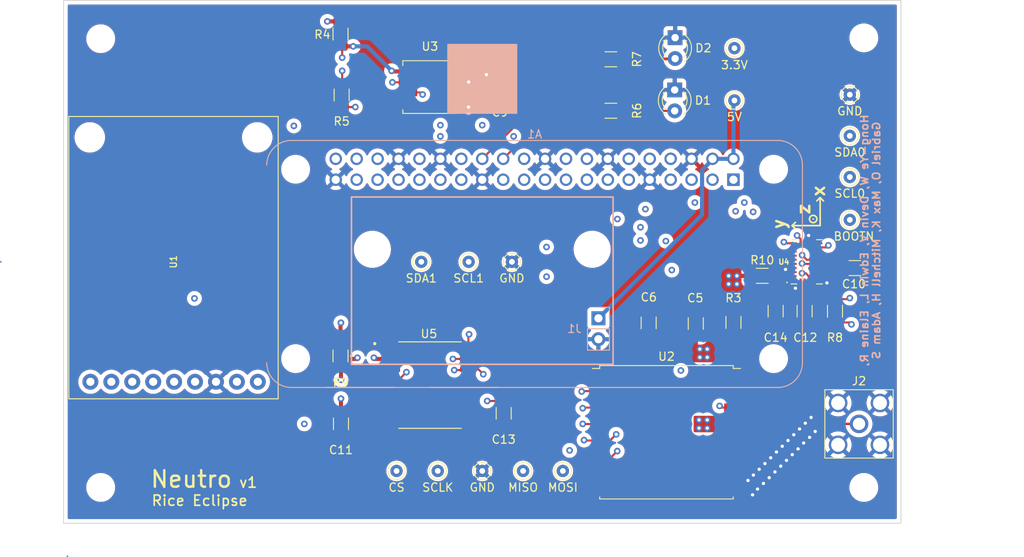
<source format=kicad_pcb>
(kicad_pcb (version 20211014) (generator pcbnew)
  (title_block (title "Neutro") (date "2023-01-05") (rev "v1") (company "Rice Eclipse"))
  (layers (0 "F.Cu" signal) (1 "In1.Cu" signal) (2 "In2.Cu" signal) (31 "B.Cu" signal) (34 "B.Paste" user) (35 "F.Paste" user) (36 "B.SilkS" user "B.Silkscreen") (37 "F.SilkS" user "F.Silkscreen") (38 "B.Mask" user) (39 "F.Mask" user) (44 "Edge.Cuts" user))
  (net 0 "")
  (net 1 "+3.3V")
  (net 2 "+5V")
  (net 3 "SDA1")
  (net 4 "GND")
  (net 5 "SCL1")
  (net 6 "RX")
  (net 7 "TX")
  (net 8 "RST-RTC")
  (net 10 "RST-TRX")
  (net 12 "MOSI0")
  (net 13 "MISO0")
  (net 14 "CLKSEL0")
  (net 15 "SCLK")
  (net 16 "CS")
  (net 17 "SDA0")
  (net 18 "SCL0")
  (net 19 "BOOTN")
  (net 20 "INTN")
  (net 21 "NRST")
  (net 22 "+BATT")
  (net 23 "Net-(C11-Pad2)")
  (net 24 "Net-(D1-Pad2)")
  (net 25 "Net-(C10-Pad2)")
  (net 27 "Net-(C12-Pad2)")
  (net 28 "Net-(J2-Pad1)")
  (net 42 "DIO0")
  (net 43 "Net-(C9-Pad2)")
  (net 53 "FIX")
  (net 57 "Net-(D2-Pad2)")
  (net 58 "Net-(R5-Pad2)")
  (net 59 "Net-(A1-Pad24)")
  (net 60 "Net-(A1-Pad26)")
  (net 63 "/t_pwr")
  (net 64 "PPS")
  (footprint "TestPoint:TestPoint_THTPad_D1.5mm_Drill0.7mm" (layer "F.Cu") (at 157.353 127 180)
    (fp_text reference "TP2")
    (fp_text value "MISO" (at 0 -2 180) (layer "F.SilkS"))
    (pad "1" thru_hole circle (at 0 0 180) (size 1.5 1.5) (drill 0.7) (layers *.Cu *.Mask) (net 13 "MISO0"))
  )
  (footprint "Resistor_SMD:R_1206_3216Metric" (layer "F.Cu") (at 135.2 113.029 -90)
    (fp_text reference "R9" (at 3.221 -0.05 -180) (layer "F.SilkS"))
    (fp_text value "0")
    (pad "1" smd roundrect (at -1.4625 0 270) (size 1.125 1.75) (layers "F.Cu" "F.Paste" "F.Mask") (roundrect_rratio 0.2222222222) (net 1 "+3.3V"))
    (pad "2" smd roundrect (at 1.4625 0 270) (size 1.125 1.75) (layers "F.Cu" "F.Paste" "F.Mask") (roundrect_rratio 0.2222222222) (net 23 "Net-(C11-Pad2)"))
  )
  (footprint "TestPoint:TestPoint_THTPad_D1.5mm_Drill0.7mm" (layer "F.Cu") (at 145 101.6)
    (fp_text reference "TP14")
    (fp_text value "SDA1" (at 0 2) (layer "F.SilkS"))
    (pad "1" thru_hole circle (at 0 0) (size 1.5 1.5) (drill 0.7) (layers *.Cu *.Mask) (net 3 "SDA1"))
  )
  (footprint "Capacitor_SMD:C_1206_3216Metric" (layer "F.Cu") (at 135.255 121.269 90)
    (fp_text reference "C11" (at -3.175 0 180) (layer "F.SilkS"))
    (fp_text value "0.47u")
    (pad "1" smd roundrect (at -1.475 0 90) (size 1.15 1.8) (layers "F.Cu" "F.Paste" "F.Mask") (roundrect_rratio 0.2173913043) (net 4 "GND"))
    (pad "2" smd roundrect (at 1.475 0 90) (size 1.15 1.8) (layers "F.Cu" "F.Paste" "F.Mask") (roundrect_rratio 0.2173913043) (net 23 "Net-(C11-Pad2)"))
  )
  (footprint "MountingHole:MountingHole_2.5mm" (layer "F.Cu") (at 198.7 74.4)
    (fp_text reference "H2")
    (fp_text value "MountingHole")
    (pad "" np_thru_hole circle (at 0 0) (size 2.5 2.5) (drill 2.5) (layers *.Cu *.Mask))
  )
  (footprint "TestPoint:TestPoint_THTPad_D1.5mm_Drill0.7mm" (layer "F.Cu") (at 183 82)
    (fp_text reference "TP15")
    (fp_text value "5V" (at 0 2) (layer "F.SilkS"))
    (pad "1" thru_hole circle (at 0 0) (size 1.5 1.5) (drill 0.7) (layers *.Cu *.Mask) (net 2 "+5V"))
  )
  (footprint "TestPoint:TestPoint_THTPad_D1.5mm_Drill0.7mm" (layer "F.Cu") (at 142 127 180)
    (fp_text reference "TP4")
    (fp_text value "CS" (at 0 -2 180) (layer "F.SilkS"))
    (pad "1" thru_hole circle (at 0 0 180) (size 1.5 1.5) (drill 0.7) (layers *.Cu *.Mask) (net 16 "CS"))
  )
  (footprint "Capacitor_SMD:C_1206_3216Metric" (layer "F.Cu") (at 188 107.6 90)
    (fp_text reference "C14" (at -3.2 0) (layer "F.SilkS"))
    (fp_text value "0.1u")
    (pad "1" smd roundrect (at -1.475 0 90) (size 1.15 1.8) (layers "F.Cu" "F.Paste" "F.Mask") (roundrect_rratio 0.2173913043) (net 4 "GND"))
    (pad "2" smd roundrect (at 1.475 0 90) (size 1.15 1.8) (layers "F.Cu" "F.Paste" "F.Mask") (roundrect_rratio 0.2173913043) (net 27 "Net-(C12-Pad2)"))
  )
  (footprint "Capacitor_SMD:C_1206_3216Metric" (layer "F.Cu") (at 154.559 80.264 90)
    (fp_text reference "C9" (at -3.175 -0.0175 180) (layer "F.SilkS"))
    (fp_text value "100 nF")
    (pad "1" smd roundrect (at -1.475 0 90) (size 1.15 1.8) (layers "F.Cu" "F.Paste" "F.Mask") (roundrect_rratio 0.2173913043) (net 4 "GND"))
    (pad "2" smd roundrect (at 1.475 0 90) (size 1.15 1.8) (layers "F.Cu" "F.Paste" "F.Mask") (roundrect_rratio 0.2173913043) (net 43 "Net-(C9-Pad2)"))
  )
  (footprint "Resistor_SMD:R_1206_3216Metric" (layer "F.Cu") (at 186.3745 103.3)
    (fp_text reference "R10" (at 0 -1.905) (layer "F.SilkS"))
    (fp_text value "0")
    (pad "1" smd roundrect (at -1.4625 0) (size 1.125 1.75) (layers "F.Cu" "F.Paste" "F.Mask") (roundrect_rratio 0.2222222222) (net 1 "+3.3V"))
    (pad "2" smd roundrect (at 1.4625 0) (size 1.125 1.75) (layers "F.Cu" "F.Paste" "F.Mask") (roundrect_rratio 0.2222222222) (net 27 "Net-(C12-Pad2)"))
  )
  (footprint "Capacitor_SMD:C_1206_3216Metric" (layer "F.Cu") (at 197.612 102.362 180)
    (fp_text reference "C10" (at 0.112 -1.938 180) (layer "F.SilkS"))
    (fp_text value "0.1u")
    (pad "1" smd roundrect (at -1.475 0 180) (size 1.15 1.8) (layers "F.Cu" "F.Paste" "F.Mask") (roundrect_rratio 0.2173913043) (net 4 "GND"))
    (pad "2" smd roundrect (at 1.475 0 180) (size 1.15 1.8) (layers "F.Cu" "F.Paste" "F.Mask") (roundrect_rratio 0.2173913043) (net 25 "Net-(C10-Pad2)"))
  )
  (footprint "TestPoint:TestPoint_THTPad_D1.5mm_Drill0.7mm" (layer "F.Cu") (at 197 81.3)
    (fp_text reference "TP17")
    (fp_text value "GND" (at 0 2) (layer "F.SilkS"))
    (pad "1" thru_hole circle (at 0 0) (size 1.5 1.5) (drill 0.7) (layers *.Cu *.Mask) (net 4 "GND"))
  )
  (footprint "Resistor_SMD:R_1206_3216Metric" (layer "F.Cu") (at 195.2 107.6 90)
    (fp_text reference "R8" (at -3.2 0 180) (layer "F.SilkS"))
    (fp_text value "10k")
    (pad "1" smd roundrect (at -1.4625 0 90) (size 1.125 1.75) (layers "F.Cu" "F.Paste" "F.Mask") (roundrect_rratio 0.2222222222) (net 1 "+3.3V"))
    (pad "2" smd roundrect (at 1.4625 0 90) (size 1.125 1.75) (layers "F.Cu" "F.Paste" "F.Mask") (roundrect_rratio 0.2222222222) (net 19 "BOOTN"))
  )
  (footprint "TestPoint:TestPoint_THTPad_D1.5mm_Drill0.7mm" (layer "F.Cu") (at 156 101.6)
    (fp_text reference "TP12")
    (fp_text value "GND" (at 0 2) (layer "F.SilkS"))
    (pad "1" thru_hole circle (at 0 0) (size 1.5 1.5) (drill 0.7) (layers *.Cu *.Mask) (net 4 "GND"))
  )
  (footprint "TestPoint:TestPoint_THTPad_D1.5mm_Drill0.7mm" (layer "F.Cu") (at 162.179 127 180)
    (fp_text reference "TP1")
    (fp_text value "MOSI" (at 0 -2 180) (layer "F.SilkS"))
    (pad "1" thru_hole circle (at 0 0 180) (size 1.5 1.5) (drill 0.7) (layers *.Cu *.Mask) (net 12 "MOSI0"))
  )
  (footprint "TestPoint:TestPoint_THTPad_D1.5mm_Drill0.7mm" (layer "F.Cu") (at 150.75 101.6)
    (fp_text reference "TP13")
    (fp_text value "SCL1" (at 0 2) (layer "F.SilkS"))
    (pad "1" thru_hole circle (at 0 0) (size 1.5 1.5) (drill 0.7) (layers *.Cu *.Mask) (net 5 "SCL1"))
  )
  (footprint "TestPoint:TestPoint_THTPad_D1.5mm_Drill0.7mm" (layer "F.Cu") (at 147 127)
    (fp_text reference "TP3")
    (fp_text value "SCLK" (at 0 2) (layer "F.SilkS"))
    (pad "1" thru_hole circle (at 0 0) (size 1.5 1.5) (drill 0.7) (layers *.Cu *.Mask) (net 15 "SCLK"))
  )
  (footprint "Connector_Coaxial:SMA_Amphenol_132203-12_Horizontal" (layer "F.Cu") (at 198.12 121.285 -90)
    (fp_text reference "J2" (at -5.2 0) (layer "F.SilkS"))
    (fp_text value "Conn_Coaxial")
    (pad "1" thru_hole circle (at 0 0 270) (size 2.25 2.25) (drill 1.5) (layers *.Cu *.Mask) (net 28 "Net-(J2-Pad1)"))
    (pad "2" thru_hole circle (at -2.54 -2.54 270) (size 2.25 2.25) (drill 1.7) (layers *.Cu *.Mask) (net 4 "GND"))
    (pad "2" thru_hole circle (at 2.54 -2.54 270) (size 2.25 2.25) (drill 1.7) (layers *.Cu *.Mask) (net 4 "GND"))
    (pad "2" thru_hole circle (at 2.54 2.54) (size 2.25 2.25) (drill 1.7) (layers *.Cu *.Mask) (net 4 "GND"))
    (pad "2" thru_hole circle (at -2.54 2.54 270) (size 2.25 2.25) (drill 1.7) (layers *.Cu *.Mask) (net 4 "GND"))
  )
  (footprint "Resistor_SMD:R_1206_3216Metric" (layer "F.Cu") (at 135.3375 81.3375 -90)
    (fp_text reference "R5" (at 3.2 0 180) (layer "F.SilkS"))
    (fp_text value "4.7K")
    (pad "1" smd roundrect (at -1.4625 0 270) (size 1.125 1.75) (layers "F.Cu" "F.Paste" "F.Mask") (roundrect_rratio 0.2222222222) (net 43 "Net-(C9-Pad2)"))
    (pad "2" smd roundrect (at 1.4625 0 270) (size 1.125 1.75) (layers "F.Cu" "F.Paste" "F.Mask") (roundrect_rratio 0.2222222222) (net 58 "Net-(R5-Pad2)"))
  )
  (footprint "Resistor_SMD:R_1206_3216Metric" (layer "F.Cu") (at 168 83.25)
    (fp_text reference "R6" (at 3.175 0 90) (layer "F.SilkS"))
    (fp_text value "220")
    (pad "1" smd roundrect (at -1.4625 0) (size 1.125 1.75) (layers "F.Cu" "F.Paste" "F.Mask") (roundrect_rratio 0.2222222222) (net 59 "Net-(A1-Pad24)"))
    (pad "2" smd roundrect (at 1.4625 0) (size 1.125 1.75) (layers "F.Cu" "F.Paste" "F.Mask") (roundrect_rratio 0.2222222222) (net 24 "Net-(D1-Pad2)"))
  )
  (footprint "TestPoint:TestPoint_THTPad_D1.5mm_Drill0.7mm" (layer "F.Cu") (at 197 86.3)
    (fp_text reference "TP19")
    (fp_text value "SDA0" (at 0 2) (layer "F.SilkS"))
    (pad "1" thru_hole circle (at 0 0) (size 1.5 1.5) (drill 0.7) (layers *.Cu *.Mask) (net 17 "SDA0"))
  )
  (footprint "MountingHole:MountingHole_2.5mm" (layer "F.Cu") (at 106.1 129)
    (fp_text reference "H4")
    (fp_text value "MountingHole")
    (pad "" np_thru_hole circle (at 0 0) (size 2.5 2.5) (drill 2.5) (layers *.Cu *.Mask))
  )
  (footprint "Resistor_SMD:R_1206_3216Metric" (layer "F.Cu") (at 135.2 73.9375 -90)
    (fp_text reference "R4" (at 0.0625 2.2 180) (layer "F.SilkS"))
    (fp_text value "0")
    (pad "1" smd roundrect (at -1.4625 0 270) (size 1.125 1.75) (layers "F.Cu" "F.Paste" "F.Mask") (roundrect_rratio 0.2222222222) (net 1 "+3.3V"))
    (pad "2" smd roundrect (at 1.4625 0 270) (size 1.125 1.75) (layers "F.Cu" "F.Paste" "F.Mask") (roundrect_rratio 0.2222222222) (net 43 "Net-(C9-Pad2)"))
  )
  (footprint "Capacitor_SMD:C_1206_3216Metric" (layer "F.Cu") (at 155 120 -90)
    (fp_text reference "C13" (at 3.175 0 -180) (layer "F.SilkS"))
    (fp_text value "0.47u")
    (pad "1" smd roundrect (at -1.475 0 270) (size 1.15 1.8) (layers "F.Cu" "F.Paste" "F.Mask") (roundrect_rratio 0.2173913043) (net 22 "+BATT"))
    (pad "2" smd roundrect (at 1.475 0 270) (size 1.15 1.8) (layers "F.Cu" "F.Paste" "F.Mask") (roundrect_rratio 0.2173913043) (net 4 "GND"))
  )
  (footprint "Capacitor_SMD:C_1206_3216Metric" (layer "F.Cu") (at 178.308 109.093 -90)
    (fp_text reference "C5" (at -3.093 0.058) (layer "F.SilkS"))
    (fp_text value "10u")
    (pad "1" smd roundrect (at -1.475 0 270) (size 1.15 1.8) (layers "F.Cu" "F.Paste" "F.Mask") (roundrect_rratio 0.2173913043) (net 4 "GND"))
    (pad "2" smd roundrect (at 1.475 0 270) (size 1.15 1.8) (layers "F.Cu" "F.Paste" "F.Mask") (roundrect_rratio 0.2173913043) (net 63 "/t_pwr"))
  )
  (footprint "Resistor_SMD:R_1206_3216Metric" (layer "F.Cu") (at 182.88 108.966 -90)
    (fp_text reference "R3" (at -2.966 0 -180) (layer "F.SilkS"))
    (fp_text value "0")
    (pad "1" smd roundrect (at -1.4625 0 270) (size 1.125 1.75) (layers "F.Cu" "F.Paste" "F.Mask") (roundrect_rratio 0.2222222222) (net 1 "+3.3V"))
    (pad "2" smd roundrect (at 1.4625 0 270) (size 1.125 1.75) (layers "F.Cu" "F.Paste" "F.Mask") (roundrect_rratio 0.2222222222) (net 63 "/t_pwr"))
  )
  (footprint "TestPoint:TestPoint_THTPad_D1.5mm_Drill0.7mm" (layer "F.Cu") (at 197 96.5)
    (fp_text reference "TP16")
    (fp_text value "BOOTN" (at 0.5 2) (layer "F.SilkS"))
    (pad "1" thru_hole circle (at 0 0) (size 1.5 1.5) (drill 0.7) (layers *.Cu *.Mask) (net 19 "BOOTN"))
  )
  (footprint "TestPoint:TestPoint_THTPad_D1.5mm_Drill0.7mm" (layer "F.Cu") (at 183 75.65)
    (fp_text reference "TP11")
    (fp_text value "3.3V" (at 0 2.05) (layer "F.SilkS"))
    (pad "1" thru_hole circle (at 0 0) (size 1.5 1.5) (drill 0.7) (layers *.Cu *.Mask) (net 1 "+3.3V"))
  )
  (footprint "MountingHole:MountingHole_2.5mm" (layer "F.Cu") (at 198.7 129)
    (fp_text reference "H3")
    (fp_text value "MountingHole")
    (pad "" np_thru_hole circle (at 0 0) (size 2.5 2.5) (drill 2.5) (layers *.Cu *.Mask))
  )
  (footprint "TestPoint:TestPoint_THTPad_D1.5mm_Drill0.7mm" (layer "F.Cu") (at 197 91.3)
    (fp_text reference "TP18")
    (fp_text value "SCL0" (at 0 2) (layer "F.SilkS"))
    (pad "1" thru_hole circle (at 0 0) (size 1.5 1.5) (drill 0.7) (layers *.Cu *.Mask) (net 18 "SCL0"))
  )
  (footprint "Neutro_Footprint:Adafruit_GPS" (layer "F.Cu") (at 114.935 101.6 90)
    (fp_text reference "U1" (at 0 0 90) (layer "F.SilkS") (effects (font (size 0.787402 0.787402))))
    (fp_text value "Adafruit_GPS")
    (pad "" np_thru_hole circle (at 15.113 -10.16 90) (size 2.7 2.7) (drill 2.7) (layers F&B.Cu *.Mask))
    (pad "" np_thru_hole circle (at 15.113 10.16 90) (size 2.7 2.7) (drill 2.7) (layers F&B.Cu *.Mask))
    (pad "3V3" thru_hole circle (at -14.568 -10.087 90) (size 1.9304 1.9304) (drill 1) (layers *.Cu *.Mask))
    (pad "EN" thru_hole circle (at -14.568 -7.547 90) (size 1.9304 1.9304) (drill 1) (layers *.Cu *.Mask))
    (pad "FIX" thru_hole circle (at -14.568 -2.467 90) (size 1.9304 1.9304) (drill 1) (layers *.Cu *.Mask) (net 53 "FIX"))
    (pad "GND" thru_hole circle (at -14.568 5.153 90) (size 1.9304 1.9304) (drill 1) (layers *.Cu *.Mask) (net 4 "GND"))
    (pad "PPS" thru_hole circle (at -14.568 10.233 90) (size 1.9304 1.9304) (drill 1) (layers *.Cu *.Mask) (net 64 "PPS"))
    (pad "RX" thru_hole circle (at -14.568 2.613 90) (size 1.9304 1.9304) (drill 1) (layers *.Cu *.Mask) (net 6 "RX"))
    (pad "TX" thru_hole circle (at -14.568 0.073 90) (size 1.9304 1.9304) (drill 1) (layers *.Cu *.Mask) (net 7 "TX"))
    (pad "VBAT" thru_hole circle (at -14.568 -5.007 90) (size 1.9304 1.9304) (drill 1) (layers *.Cu *.Mask) (net 22 "+BATT"))
    (pad "VIN" thru_hole circle (at -14.568 7.693 90) (size 1.9304 1.9304) (drill 1) (layers *.Cu *.Mask) (net 1 "+3.3V"))
  )
  (footprint "TestPoint:TestPoint_THTPad_D1.5mm_Drill0.7mm" (layer "F.Cu") (at 152.4 127 180)
    (fp_text reference "TP5")
    (fp_text value "GND" (at 0 -2 180) (layer "F.SilkS"))
    (pad "1" thru_hole circle (at 0 0 180) (size 1.5 1.5) (drill 0.7) (layers *.Cu *.Mask) (net 4 "GND"))
  )
  (footprint "Neutro_Footprint:DS3231M" (layer "F.Cu") (at 146.058 116.57)
    (fp_text reference "U5" (at -0.127 -6.223) (layer "F.SilkS"))
    (fp_text value "DS3231M_1")
    (pad "1" smd roundrect (at -4.655 -4.445) (size 2.05 0.59) (layers "F.Cu" "F.Paste" "F.Mask") (roundrect_rratio 0.07))
    (pad "2" smd roundrect (at -4.655 -3.175) (size 2.05 0.59) (layers "F.Cu" "F.Paste" "F.Mask") (roundrect_rratio 0.07) (net 23 "Net-(C11-Pad2)"))
    (pad "3" smd roundrect (at -4.655 -1.905) (size 2.05 0.59) (layers "F.Cu" "F.Paste" "F.Mask") (roundrect_rratio 0.07))
    (pad "4" smd roundrect (at -4.655 -0.635) (size 2.05 0.59) (layers "F.Cu" "F.Paste" "F.Mask") (roundrect_rratio 0.07) (net 8 "RST-RTC"))
    (pad "5" smd roundrect (at -4.655 0.635) (size 2.05 0.59) (layers "F.Cu" "F.Paste" "F.Mask") (roundrect_rratio 0.07) (net 4 "GND"))
    (pad "6" smd roundrect (at -4.655 1.905) (size 2.05 0.59) (layers "F.Cu" "F.Paste" "F.Mask") (roundrect_rratio 0.07) (net 4 "GND"))
    (pad "7" smd roundrect (at -4.655 3.175) (size 2.05 0.59) (layers "F.Cu" "F.Paste" "F.Mask") (roundrect_rratio 0.07) (net 4 "GND"))
    (pad "8" smd roundrect (at -4.655 4.445) (size 2.05 0.59) (layers "F.Cu" "F.Paste" "F.Mask") (roundrect_rratio 0.07) (net 4 "GND"))
    (pad "9" smd roundrect (at 4.655 4.445) (size 2.05 0.59) (layers "F.Cu" "F.Paste" "F.Mask") (roundrect_rratio 0.07) (net 4 "GND"))
    (pad "10" smd roundrect (at 4.655 3.175) (size 2.05 0.59) (layers "F.Cu" "F.Paste" "F.Mask") (roundrect_rratio 0.07) (net 4 "GND"))
    (pad "11" smd roundrect (at 4.655 1.905) (size 2.05 0.59) (layers "F.Cu" "F.Paste" "F.Mask") (roundrect_rratio 0.07) (net 4 "GND"))
    (pad "12" smd roundrect (at 4.655 0.635) (size 2.05 0.59) (layers "F.Cu" "F.Paste" "F.Mask") (roundrect_rratio 0.07) (net 4 "GND"))
    (pad "13" smd roundrect (at 4.655 -0.635) (size 2.05 0.59) (layers "F.Cu" "F.Paste" "F.Mask") (roundrect_rratio 0.07) (net 4 "GND"))
    (pad "14" smd roundrect (at 4.655 -1.905) (size 2.05 0.59) (layers "F.Cu" "F.Paste" "F.Mask") (roundrect_rratio 0.07) (net 22 "+BATT"))
    (pad "15" smd roundrect (at 4.655 -3.175) (size 2.05 0.59) (layers "F.Cu" "F.Paste" "F.Mask") (roundrect_rratio 0.07) (net 3 "SDA1"))
    (pad "16" smd roundrect (at 4.655 -4.445) (size 2.05 0.59) (layers "F.Cu" "F.Paste" "F.Mask") (roundrect_rratio 0.07) (net 5 "SCL1"))
  )
  (footprint "MountingHole:MountingHole_2.5mm" (layer "F.Cu") (at 106.1 74.5)
    (fp_text reference "H1")
    (fp_text value "MountingHole")
    (pad "" np_thru_hole circle (at 0 0) (size 2.5 2.5) (drill 2.5) (layers *.Cu *.Mask))
  )
  (footprint "Resistor_SMD:R_1206_3216Metric" (layer "F.Cu") (at 168 77)
    (fp_text reference "R7" (at 3.175 0 90) (layer "F.SilkS"))
    (fp_text value "220")
    (pad "1" smd roundrect (at -1.4625 0) (size 1.125 1.75) (layers "F.Cu" "F.Paste" "F.Mask") (roundrect_rratio 0.2222222222) (net 60 "Net-(A1-Pad26)"))
    (pad "2" smd roundrect (at 1.4625 0) (size 1.125 1.75) (layers "F.Cu" "F.Paste" "F.Mask") (roundrect_rratio 0.2222222222) (net 57 "Net-(D2-Pad2)"))
  )
  (footprint "Capacitor_SMD:C_1206_3216Metric" (layer "F.Cu") (at 191.516 107.6 90)
    (fp_text reference "C12" (at -3.2 0.084) (layer "F.SilkS"))
    (fp_text value "0.1u")
    (pad "1" smd roundrect (at -1.475 0 90) (size 1.15 1.8) (layers "F.Cu" "F.Paste" "F.Mask") (roundrect_rratio 0.2173913043) (net 4 "GND"))
    (pad "2" smd roundrect (at 1.475 0 90) (size 1.15 1.8) (layers "F.Cu" "F.Paste" "F.Mask") (roundrect_rratio 0.2173913043) (net 27 "Net-(C12-Pad2)"))
  )
  (footprint "Neutro_Footprint:HOPERF_RFM9XW_SMD" (layer "F.Cu") (at 174.752 122.301)
    (fp_text reference "U2" (at 0 -9.2) (layer "F.SilkS"))
    (fp_text value "RFM96W-433S2_1")
    (pad "1" smd rect (at -8 -7) (size 2 1) (layers "F.Cu" "F.Paste" "F.Mask") (net 4 "GND"))
    (pad "2" smd rect (at -8 -5) (size 2 1) (layers "F.Cu" "F.Paste" "F.Mask") (net 13 "MISO0"))
    (pad "3" smd rect (at -8 -3) (size 2 1) (layers "F.Cu" "F.Paste" "F.Mask") (net 12 "MOSI0"))
    (pad "4" smd rect (at -8 -1) (size 2 1) (layers "F.Cu" "F.Paste" "F.Mask") (net 15 "SCLK"))
    (pad "5" smd rect (at -8 1) (size 2 1) (layers "F.Cu" "F.Paste" "F.Mask") (net 16 "CS"))
    (pad "6" smd rect (at -8 3) (size 2 1) (layers "F.Cu" "F.Paste" "F.Mask") (net 10 "RST-TRX"))
    (pad "7" smd rect (at -8 5) (size 2 1) (layers "F.Cu" "F.Paste" "F.Mask"))
    (pad "8" smd rect (at -8 7) (size 2 1) (layers "F.Cu" "F.Paste" "F.Mask") (net 4 "GND"))
    (pad "9" smd rect (at 8 7) (size 2 1) (layers "F.Cu" "F.Paste" "F.Mask") (net 28 "Net-(J2-Pad1)"))
    (pad "10" smd rect (at 8 5) (size 2 1) (layers "F.Cu" "F.Paste" "F.Mask") (net 4 "GND"))
    (pad "11" smd rect (at 8 3) (size 2 1) (layers "F.Cu" "F.Paste" "F.Mask"))
    (pad "12" smd rect (at 8 1) (size 2 1) (layers "F.Cu" "F.Paste" "F.Mask"))
    (pad "13" smd rect (at 8 -1) (size 2 1) (layers "F.Cu" "F.Paste" "F.Mask") (net 63 "/t_pwr"))
    (pad "14" smd rect (at 8 -3) (size 2 1) (layers "F.Cu" "F.Paste" "F.Mask") (net 42 "DIO0"))
    (pad "15" smd rect (at 8 -5) (size 2 1) (layers "F.Cu" "F.Paste" "F.Mask"))
    (pad "16" smd rect (at 8 -7) (size 2 1) (layers "F.Cu" "F.Paste" "F.Mask"))
  )
  (footprint "LED_THT:LED_D3.0mm" (layer "F.Cu") (at 175.75 80.725 -90)
    (fp_text reference "D1" (at 1.27 -3.429 -180) (layer "F.SilkS"))
    (fp_text value "Red")
    (pad "1" thru_hole rect (at 0 0 270) (size 1.8 1.8) (drill 0.9) (layers *.Cu *.Mask) (net 4 "GND"))
    (pad "2" thru_hole circle (at 2.54 0 270) (size 1.8 1.8) (drill 0.9) (layers *.Cu *.Mask) (net 24 "Net-(D1-Pad2)"))
  )
  (footprint "Neutro_Footprint:MS5803-01BA_Miniature_Altimeter_Module" (layer "F.Cu") (at 146.058 80.376)
    (fp_text reference "U3" (at -0.008 -4.938 unlocked) (layer "F.SilkS"))
    (fp_text value "MS5803-01BA")
    (pad "1" smd rect (at 2.675 1.9) (size 2.25 0.9) (layers "F.Cu" "F.Paste" "F.Mask") (net 5 "SCL1"))
    (pad "2" smd rect (at 2.675 0.65) (size 2.25 0.9) (layers "F.Cu" "F.Paste" "F.Mask") (net 4 "GND"))
    (pad "3" smd rect (at 2.4 -0.65) (size 2.8 0.9) (layers "F.Cu" "F.Paste" "F.Mask") (net 58 "Net-(R5-Pad2)"))
    (pad "4" smd rect (at 2.675 -1.9) (size 2.25 0.9) (layers "F.Cu" "F.Paste" "F.Mask"))
    (pad "5" smd rect (at -2.6275 -1.9) (size 2.25 0.9) (layers "F.Cu" "F.Paste" "F.Mask") (net 43 "Net-(C9-Pad2)"))
    (pad "6" smd rect (at -2.675 -0.65) (size 2.25 0.9) (layers "F.Cu" "F.Paste" "F.Mask") (net 58 "Net-(R5-Pad2)"))
    (pad "7" smd rect (at -2.675 0.65) (size 2.25 0.9) (layers "F.Cu" "F.Paste" "F.Mask") (net 3 "SDA1"))
    (pad "8" smd rect (at -2.675 1.9) (size 2.25 0.9) (layers "F.Cu" "F.Paste" "F.Mask"))
  )
  (footprint "Neutro_Footprint:BNO085" (layer "F.Cu") (at 191.77 101.6 90)
    (fp_text reference "U4" (at 0 -2.77 180) (layer "F.SilkS") (effects (font (size 0.64 0.64))))
    (fp_text value "BNO080")
    (pad "1" smd rect (at -2.25 -1.5625 180) (size 0.675 0.25) (layers "F.Cu" "F.Paste" "F.Mask"))
    (pad "2" smd rect (at -2.3125 -0.75 90) (size 0.575 0.25) (layers "F.Cu" "F.Paste" "F.Mask") (net 4 "GND"))
    (pad "3" smd rect (at -2.3125 -0.25 90) (size 0.575 0.25) (layers "F.Cu" "F.Paste" "F.Mask") (net 27 "Net-(C12-Pad2)"))
    (pad "4" smd rect (at -2.3125 0.25 90) (size 0.575 0.25) (layers "F.Cu" "F.Paste" "F.Mask") (net 19 "BOOTN"))
    (pad "5" smd rect (at -2.3125 0.75 90) (size 0.575 0.25) (layers "F.Cu" "F.Paste" "F.Mask") (net 4 "GND"))
    (pad "6" smd rect (at -2.25 1.5625) (size 0.675 0.25) (layers "F.Cu" "F.Paste" "F.Mask") (net 4 "GND"))
    (pad "7" smd rect (at -1.75 1.5625) (size 0.675 0.25) (layers "F.Cu" "F.Paste" "F.Mask"))
    (pad "8" smd rect (at -1.25 1.5625) (size 0.675 0.25) (layers "F.Cu" "F.Paste" "F.Mask"))
    (pad "9" smd rect (at -0.75 1.5625) (size 0.675 0.25) (layers "F.Cu" "F.Paste" "F.Mask") (net 25 "Net-(C10-Pad2)"))
    (pad "10" smd rect (at -0.25 1.5625) (size 0.675 0.25) (layers "F.Cu" "F.Paste" "F.Mask") (net 14 "CLKSEL0"))
    (pad "11" smd rect (at 0.25 1.5625) (size 0.675 0.25) (layers "F.Cu" "F.Paste" "F.Mask") (net 21 "NRST"))
    (pad "12" smd rect (at 0.75 1.5625) (size 0.675 0.25) (layers "F.Cu" "F.Paste" "F.Mask"))
    (pad "13" smd rect (at 1.25 1.5625) (size 0.675 0.25) (layers "F.Cu" "F.Paste" "F.Mask"))
    (pad "14" smd rect (at 1.75 1.5625) (size 0.675 0.25) (layers "F.Cu" "F.Paste" "F.Mask") (net 20 "INTN"))
    (pad "15" smd rect (at 2.25 1.5625) (size 0.675 0.25) (layers "F.Cu" "F.Paste" "F.Mask"))
    (pad "16" smd rect (at 2.3125 0.75 270) (size 0.575 0.25) (layers "F.Cu" "F.Paste" "F.Mask"))
    (pad "17" smd rect (at 2.3125 0.25 270) (size 0.575 0.25) (layers "F.Cu" "F.Paste" "F.Mask") (net 4 "GND"))
    (pad "18" smd rect (at 2.3125 -0.25 270) (size 0.575 0.25) (layers "F.Cu" "F.Paste" "F.Mask"))
    (pad "19" smd rect (at 2.3125 -0.75 270) (size 0.575 0.25) (layers "F.Cu" "F.Paste" "F.Mask") (net 18 "SCL0"))
    (pad "20" smd rect (at 2.25 -1.5625 180) (size 0.675 0.25) (layers "F.Cu" "F.Paste" "F.Mask") (net 17 "SDA0"))
    (pad "21" smd rect (at 1.75 -1.5625 180) (size 0.675 0.25) (layers "F.Cu" "F.Paste" "F.Mask"))
    (pad "22" smd rect (at 1.25 -1.5625 180) (size 0.675 0.25) (layers "F.Cu" "F.Paste" "F.Mask"))
    (pad "23" smd rect (at 0.75 -1.5625 180) (size 0.675 0.25) (layers "F.Cu" "F.Paste" "F.Mask"))
    (pad "24" smd rect (at 0.25 -1.5625 180) (size 0.675 0.25) (layers "F.Cu" "F.Paste" "F.Mask"))
    (pad "25" smd rect (at -0.25 -1.5625 180) (size 0.675 0.25) (layers "F.Cu" "F.Paste" "F.Mask") (net 4 "GND"))
    (pad "26" smd rect (at -0.75 -1.5625 180) (size 0.675 0.25) (layers "F.Cu" "F.Paste" "F.Mask"))
    (pad "27" smd rect (at -1.25 -1.5625 180) (size 0.675 0.25) (layers "F.Cu" "F.Paste" "F.Mask"))
    (pad "28" smd rect (at -1.75 -1.5625 180) (size 0.675 0.25) (layers "F.Cu" "F.Paste" "F.Mask") (net 27 "Net-(C12-Pad2)"))
  )
  (footprint "LED_THT:LED_D3.0mm" (layer "F.Cu") (at 175.8 74.375 -90)
    (fp_text reference "D2" (at 1.27 -3.429 180) (layer "F.SilkS"))
    (fp_text value "Green")
    (pad "1" thru_hole rect (at 0 0 270) (size 1.8 1.8) (drill 0.9) (layers *.Cu *.Mask) (net 4 "GND"))
    (pad "2" thru_hole circle (at 2.54 0 270) (size 1.8 1.8) (drill 0.9) (layers *.Cu *.Mask) (net 57 "Net-(D2-Pad2)"))
  )
  (footprint "Capacitor_SMD:C_1206_3216Metric" (layer "F.Cu") (at 172.593 109.015 -90)
    (fp_text reference "C6" (at -3.115 -0.007 180) (layer "F.SilkS"))
    (fp_text value "0.1u")
    (pad "1" smd roundrect (at -1.475 0 270) (size 1.15 1.8) (layers "F.Cu" "F.Paste" "F.Mask") (roundrect_rratio 0.2173913043) (net 4 "GND"))
    (pad "2" smd roundrect (at 1.475 0 270) (size 1.15 1.8) (layers "F.Cu" "F.Paste" "F.Mask") (roundrect_rratio 0.2173913043) (net 63 "/t_pwr"))
  )
  (footprint "Neutro_Footprint:ADA3708_RPI-ZERO" (layer "B.Cu") (at 158.75 90.358 180)
    (fp_text reference "A1" (at 0 4.252) (layer "B.SilkS") (effects (font (size 1.00189 1.00189)) (justify mirror)))
    (fp_text value "ADA3708")
    (pad "" np_thru_hole circle locked (at 29 0 180) (size 2.5 2.5) (drill 2.5) (layers F&B.Cu *.Mask))
    (pad "" np_thru_hole circle locked (at 29 -23 180) (size 2.5 2.5) (drill 2.5) (layers F&B.Cu *.Mask))
    (pad "" np_thru_hole circle locked (at -29 -23 180) (size 2.5 2.5) (drill 2.5) (layers F&B.Cu *.Mask))
    (pad "" np_thru_hole circle locked (at -29 0 180) (size 2.5 2.5) (drill 2.5) (layers F&B.Cu *.Mask))
    (pad "1" thru_hole rect locked (at -24.13 -1.27 180) (size 1.508 1.508) (drill 1) (layers *.Cu *.Mask) (net 1 "+3.3V"))
    (pad "2" thru_hole circle locked (at -24.13 1.27 180) (size 1.508 1.508) (drill 1) (layers *.Cu *.Mask) (net 2 "+5V"))
    (pad "3" thru_hole circle locked (at -21.59 -1.27 180) (size 1.508 1.508) (drill 1) (layers *.Cu *.Mask) (net 17 "SDA0"))
    (pad "4" thru_hole circle locked (at -21.59 1.27 180) (size 1.508 1.508) (drill 1) (layers *.Cu *.Mask) (net 2 "+5V"))
    (pad "5" thru_hole circle locked (at -19.05 -1.27 180) (size 1.508 1.508) (drill 1) (layers *.Cu *.Mask) (net 18 "SCL0"))
    (pad "6" thru_hole circle locked (at -19.05 1.27 180) (size 1.508 1.508) (drill 1) (layers *.Cu *.Mask) (net 4 "GND"))
    (pad "7" thru_hole circle locked (at -16.51 -1.27 180) (size 1.508 1.508) (drill 1) (layers *.Cu *.Mask))
    (pad "8" thru_hole circle locked (at -16.51 1.27 180) (size 1.508 1.508) (drill 1) (layers *.Cu *.Mask) (net 6 "RX"))
    (pad "9" thru_hole circle locked (at -13.97 -1.27 180) (size 1.508 1.508) (drill 1) (layers *.Cu *.Mask) (net 4 "GND"))
    (pad "10" thru_hole circle locked (at -13.97 1.27 180) (size 1.508 1.508) (drill 1) (layers *.Cu *.Mask) (net 7 "TX"))
    (pad "11" thru_hole circle locked (at -11.43 -1.27 180) (size 1.508 1.508) (drill 1) (layers *.Cu *.Mask) (net 42 "DIO0"))
    (pad "12" thru_hole circle locked (at -11.43 1.27 180) (size 1.508 1.508) (drill 1) (layers *.Cu *.Mask) (net 20 "INTN"))
    (pad "13" thru_hole circle locked (at -8.89 -1.27 180) (size 1.508 1.508) (drill 1) (layers *.Cu *.Mask) (net 10 "RST-TRX"))
    (pad "14" thru_hole circle locked (at -8.89 1.27 180) (size 1.508 1.508) (drill 1) (layers *.Cu *.Mask) (net 4 "GND"))
    (pad "15" thru_hole circle locked (at -6.35 -1.27 180) (size 1.508 1.508) (drill 1) (layers *.Cu *.Mask) (net 16 "CS"))
    (pad "16" thru_hole circle locked (at -6.35 1.27 180) (size 1.508 1.508) (drill 1) (layers *.Cu *.Mask) (net 21 "NRST"))
    (pad "17" thru_hole circle locked (at -3.81 -1.27 180) (size 1.508 1.508) (drill 1) (layers *.Cu *.Mask) (net 1 "+3.3V"))
    (pad "18" thru_hole circle locked (at -3.81 1.27 180) (size 1.508 1.508) (drill 1) (layers *.Cu *.Mask) (net 14 "CLKSEL0"))
    (pad "19" thru_hole circle locked (at -1.27 -1.27 180) (size 1.508 1.508) (drill 1) (layers *.Cu *.Mask) (net 12 "MOSI0"))
    (pad "20" thru_hole circle locked (at -1.27 1.27 180) (size 1.508 1.508) (drill 1) (layers *.Cu *.Mask) (net 4 "GND"))
    (pad "21" thru_hole circle locked (at 1.27 -1.27 180) (size 1.508 1.508) (drill 1) (layers *.Cu *.Mask) (net 13 "MISO0"))
    (pad "22" thru_hole circle locked (at 1.27 1.27 180) (size 1.508 1.508) (drill 1) (layers *.Cu *.Mask) (net 19 "BOOTN"))
    (pad "23" thru_hole circle locked (at 3.81 -1.27 180) (size 1.508 1.508) (drill 1) (layers *.Cu *.Mask) (net 15 "SCLK"))
    (pad "24" thru_hole circle locked (at 3.81 1.27 180) (size 1.508 1.508) (drill 1) (layers *.Cu *.Mask) (net 59 "Net-(A1-Pad24)"))
    (pad "25" thru_hole circle locked (at 6.35 -1.27 180) (size 1.508 1.508) (drill 1) (layers *.Cu *.Mask) (net 4 "GND"))
    (pad "26" thru_hole circle locked (at 6.35 1.27 180) (size 1.508 1.508) (drill 1) (layers *.Cu *.Mask) (net 60 "Net-(A1-Pad26)"))
    (pad "27" thru_hole circle locked (at 8.89 -1.27 180) (size 1.508 1.508) (drill 1) (layers *.Cu *.Mask) (net 3 "SDA1"))
    (pad "28" thru_hole circle locked (at 8.89 1.27 180) (size 1.508 1.508) (drill 1) (layers *.Cu *.Mask) (net 5 "SCL1"))
    (pad "29" thru_hole circle locked (at 11.43 -1.27 180) (size 1.508 1.508) (drill 1) (layers *.Cu *.Mask) (net 8 "RST-RTC"))
    (pad "30" thru_hole circle locked (at 11.43 1.27 180) (size 1.508 1.508) (drill 1) (layers *.Cu *.Mask) (net 4 "GND"))
    (pad "31" thru_hole circle locked (at 13.97 -1.27 180) (size 1.508 1.508) (drill 1) (layers *.Cu *.Mask))
    (pad "32" thru_hole circle locked (at 13.97 1.27 180) (size 1.508 1.508) (drill 1) (layers *.Cu *.Mask))
    (pad "33" thru_hole circle locked (at 16.51 -1.27 180) (size 1.508 1.508) (drill 1) (layers *.Cu *.Mask))
    (pad "34" thru_hole circle locked (at 16.51 1.27 180) (size 1.508 1.508) (drill 1) (layers *.Cu *.Mask) (net 4 "GND"))
    (pad "35" thru_hole circle locked (at 19.05 -1.27 180) (size 1.508 1.508) (drill 1) (layers *.Cu *.Mask) (net 53 "FIX"))
    (pad "36" thru_hole circle locked (at 19.05 1.27 180) (size 1.508 1.508) (drill 1) (layers *.Cu *.Mask))
    (pad "37" thru_hole circle locked (at 21.59 -1.27 180) (size 1.508 1.508) (drill 1) (layers *.Cu *.Mask) (net 64 "PPS"))
    (pad "38" thru_hole circle locked (at 21.59 1.27 180) (size 1.508 1.508) (drill 1) (layers *.Cu *.Mask))
    (pad "39" thru_hole circle locked (at 24.13 -1.27 180) (size 1.508 1.508) (drill 1) (layers *.Cu *.Mask) (net 4 "GND"))
    (pad "40" thru_hole circle locked (at 24.13 1.27 180) (size 1.508 1.508) (drill 1) (layers *.Cu *.Mask))
  )
  (footprint "Neutro_Footprint:Sparkfun_Lipo_Converter" (layer "B.Cu") (at 153.035 103.886 180)
    (fp_text reference "J1" (at -10.541 -5.842) (layer "B.SilkS") (effects (justify mirror)))
    (fp_text value "SparkFun_Lipo_Converter")
    (pad "" np_thru_hole circle locked (at -12.7 3.81 180) (size 3.5 3.5) (drill 3.5) (layers *.Cu *.Mask))
    (pad "" np_thru_hole circle locked (at 13.97 3.81 180) (size 3.5 3.5) (drill 3.5) (layers *.Cu *.Mask))
    (pad "1" thru_hole rect locked (at -13.462 -4.572 180) (size 1.7 1.7) (drill 1) (layers *.Cu *.Mask) (net 2 "+5V"))
    (pad "2" thru_hole oval locked (at -13.462 -7.112 180) (size 1.7 1.7) (drill 1) (layers *.Cu *.Mask) (net 4 "GND"))
  )
  (gr_line (start 102.0572 137.3632) (end 102.0572 137.3632) (layer "B.Cu") (width 0.2))
  (gr_line (start 93.98 101.6) (end 93.98 101.6) (layer "B.Cu") (width 0.2))
  (gr_rect (start 148.225 83.55) (end 156.575 75.2) (layer "B.SilkS") (width 0.15) (fill solid))
  (gr_line (start 193.4 93.8) (end 193.4 97.2) (layer "F.SilkS") (width 0.2))
  (gr_line (start 192.552787 96.4) (end 192.552787 96.4) (layer "F.SilkS") (width 0.2))
  (gr_line (start 193.4 93.8) (end 193.8 94.2) (layer "F.SilkS") (width 0.2))
  (gr_line (start 190 97.2) (end 190.4 97.6) (layer "F.SilkS") (width 0.2))
  (gr_line (start 190 97.2) (end 190.4 96.8) (layer "F.SilkS") (width 0.2))
  (gr_line (start 193.4 93.8) (end 193 94.2) (layer "F.SilkS") (width 0.2))
  (gr_circle (center 192.552787 96.4) (end 193.000001 96.4) (layer "F.SilkS") (width 0.2) (fill none))
  (gr_line (start 193.4 97.2) (end 190 97.2) (layer "F.SilkS") (width 0.2))
  (gr_line (start 190.4 97.6) (end 190 97.2) (layer "F.SilkS") (width 0.2))
  (gr_rect (start 101.6 69.85) (end 203.2 133.35) (layer "Edge.Cuts") (width 0.1) (fill none))
  (gr_text "Hong-Ye W, Devin V, Edwin L, Elaine R,\nGabriel O, Max K, Mitchell H, Adam S" (at 199.5 99 90) (layer "B.SilkS") (effects (font (size 0.9 1) (thickness 0.2)) (justify mirror)))
  (gr_text "y\n" (at 188.4 97 90) (layer "F.SilkS") (effects (font (size 1.5 1.5) (thickness 0.3))))
  (gr_text "Rice Eclipse" (at 118.1 130.6) (layer "F.SilkS") (effects (font (size 1.25 1.25) (thickness 0.2))))
  (gr_text "z" (at 191.4 95.2 90) (layer "F.SilkS") (effects (font (size 1.5 1.5) (thickness 0.3))))
  (gr_text "Neutro" (at 117.1 128) (layer "F.SilkS") (effects (font (size 2 2) (thickness 0.3))))
  (gr_text "v1\n" (at 124 128.4) (layer "F.SilkS") (effects (font (size 1.25 1.25) (thickness 0.2))))
  (gr_text "x" (at 193.2 93 90) (layer "F.SilkS") (effects (font (size 1.5 1.5) (thickness 0.3))))
  (segment (start 135.1375 72.4) (end 133.6 72.4) (width 0.5) (layer "F.Cu") (net 1))
  (segment (start 197.2 109.2) (end 196.9625 108.9625) (width 0.25) (layer "F.Cu") (net 1))
  (segment (start 135.2 109.05) (end 135.25 109) (width 0.5) (layer "F.Cu") (net 1))
  (segment (start 135.2 111.5665) (end 135.2 109.05) (width 0.5) (layer "F.Cu") (net 1))
  (segment (start 196.9625 108.9625) (end 195.2 108.9625) (width 0.25) (layer "F.Cu") (net 1))
  (via (at 197.2 109.2) (size 0.8) (drill 0.4) (layers "F.Cu" "B.Cu") (net 1))
  (via (at 182.3 103.3) (size 0.8) (drill 0.4) (layers "F.Cu" "B.Cu") (net 1))
  (via (at 135.25 109) (size 0.8) (drill 0.4) (layers "F.Cu" "B.Cu") (net 1))
  (via (at 183.3 103.3) (size 0.8) (drill 0.4) (layers "F.Cu" "B.Cu") (net 1))
  (via (at 133.6 72.4) (size 0.8) (drill 0.4) (layers "F.Cu" "B.Cu") (net 1))
  (via (at 183.3 104.3) (size 0.8) (drill 0.4) (layers "F.Cu" "B.Cu") (net 1))
  (via (at 182.3 104.3) (size 0.8) (drill 0.4) (layers "F.Cu" "B.Cu") (net 1))
  (segment (start 166.497 108.458) (end 179.072917 95.882083) (width 0.5) (layer "B.Cu") (net 2))
  (segment (start 180.439083 89.088) (end 182.88 89.088) (width 0.5) (layer "B.Cu") (net 2))
  (segment (start 182.88 82.12) (end 183 82) (width 0.5) (layer "B.Cu") (net 2))
  (segment (start 182.88 89.088) (end 182.88 82.12) (width 0.5) (layer "B.Cu") (net 2))
  (segment (start 179.072917 95.882083) (end 179.072917 90.454166) (width 0.5) (layer "B.Cu") (net 2))
  (segment (start 179.072917 90.454166) (end 180.439083 89.088) (width 0.5) (layer "B.Cu") (net 2))
  (segment (start 148.844 113.395) (end 150.705 113.395) (width 0.25) (layer "F.Cu") (net 3))
  (segment (start 144.907 81.026) (end 145.161 81.28) (width 0.25) (layer "F.Cu") (net 3))
  (segment (start 143.383 81.026) (end 144.907 81.026) (width 0.25) (layer "F.Cu") (net 3))
  (via (at 148.844 113.395) (size 0.8) (drill 0.4) (layers "F.Cu" "B.Cu") (net 3))
  (via (at 145.161 81.28) (size 0.8) (drill 0.4) (layers "F.Cu" "B.Cu") (net 3))
  (segment (start 192.52 103.9125) (end 193.27 103.9125) (width 0.25) (layer "F.Cu") (net 4))
  (segment (start 193.910971 103.85) (end 194.221153 104.160182) (width 0.25) (layer "F.Cu") (net 4))
  (segment (start 190.2075 101.85) (end 189.595 101.85) (width 0.25) (layer "F.Cu") (net 4))
  (segment (start 191.02 104.18) (end 191.02 103.9125) (width 0.25) (layer "F.Cu") (net 4))
  (segment (start 189.2 102.245) (end 189.2 102.5245) (width 0.25) (layer "F.Cu") (net 4))
  (segment (start 193.3325 103.85) (end 193.910971 103.85) (width 0.25) (layer "F.Cu") (net 4))
  (segment (start 192 98.4) (end 192 98.705) (width 0.25) (layer "F.Cu") (net 4))
  (segment (start 189.595 101.85) (end 189.2 102.245) (width 0.25) (layer "F.Cu") (net 4))
  (segment (start 192.02 98.725) (end 192.02 99.2875) (width 0.25) (layer "F.Cu") (net 4))
  (segment (start 192 98.705) (end 192.02 98.725) (width 0.25) (layer "F.Cu") (net 4))
  (segment (start 190.4 104.8) (end 191.02 104.18) (width 0.25) (layer "F.Cu") (net 4))
  (segment (start 192.1 120.7) (end 192.3 120.5) (width 0.25) (layer "F.Cu") (net 4))
  (segment (start 193.27 103.9125) (end 193.3325 103.85) (width 0.25) (layer "F.Cu") (net 4))
  (via (at 192.3 120.5) (size 0.8) (drill 0.4) (layers "F.Cu" "B.Cu") (net 4))
  (via (at 190.7175 124.3175) (size 0.8) (drill 0.4) (layers "F.Cu" "B.Cu") (net 4))
  (via (at 187.2175 127.8175) (size 0.8) (drill 0.4) (layers "F.Cu" "B.Cu") (net 4))
  (via (at 190.2 122.6) (size 0.8) (drill 0.4) (layers "F.Cu" "B.Cu") (net 4))
  (via (at 189.5 123.3) (size 0.8) (drill 0.4) (layers "F.Cu" "B.Cu") (net 4))
  (via (at 190.9 121.9) (size 0.8) (drill 0.4) (layers "F.Cu" "B.Cu") (net 4))
  (via (at 192.1175 122.9175) (size 0.8) (drill 0.4) (layers "F.Cu" "B.Cu") (net 4))
  (via (at 187.4 125.4) (size 0.8) (drill 0.4) (layers "F.Cu" "B.Cu") (net 4))
  (via (at 187.9175 127.1175) (size 0.8) (drill 0.4) (layers "F.Cu" "B.Cu") (net 4))
  (via (at 186.7 126.1) (size 0.8) (drill 0.4) (layers "F.Cu" "B.Cu") (net 4))
  (via (at 190.0175 125.0175) (size 0.8) (drill 0.4) (layers "F.Cu" "B.Cu") (net 4))
  (via (at 191.4 123.6) (size 0.8) (drill 0.4) (layers "F.Cu" "B.Cu") (net 4))
  (via (at 186.5175 128.5175) (size 0.8) (drill 0.4) (layers "F.Cu" "B.Cu") (net 4))
  (via (at 194.221153 104.160182) (size 0.8) (drill 0.4) (layers "F.Cu" "B.Cu") (net 4))
  (via (at 191.6 121.2) (size 0.8) (drill 0.4) (layers "F.Cu" "B.Cu") (net 4))
  (via (at 188.6175 126.4175) (size 0.8) (drill 0.4) (layers "F.Cu" "B.Cu") (net 4))
  (via (at 189.2 102.5245) (size 0.8) (drill 0.4) (layers "F.Cu" "B.Cu") (net 4))
  (via (at 190.4 104.8) (size 0.8) (drill 0.4) (layers "F.Cu" "B.Cu") (net 4))
  (via (at 186 126.8) (size 0.8) (drill 0.4) (layers "F.Cu" "B.Cu") (net 4))
  (via (at 185.8 129.2) (size 0.8) (drill 0.4) (layers "F.Cu" "B.Cu") (net 4))
  (via (at 188.8 124) (size 0.8) (drill 0.4) (layers "F.Cu" "B.Cu") (net 4))
  (via (at 185.2 129.9) (size 0.8) (drill 0.4) (layers "F.Cu" "B.Cu") (net 4))
  (via (at 192.8 122.2) (size 0.8) (drill 0.4) (layers "F.Cu" "B.Cu") (net 4))
  (via (at 184.643 128.157) (size 0.8) (drill 0.4) (layers "F.Cu" "B.Cu") (net 4))
  (via (at 192 98.4) (size 0.8) (drill 0.4) (layers "F.Cu" "B.Cu") (net 4))
  (via (at 189.3175 125.7175) (size 0.8) (drill 0.4) (layers "F.Cu" "B.Cu") (net 4))
  (via (at 188.1 124.7) (size 0.8) (drill 0.4) (layers "F.Cu" "B.Cu") (net 4))
  (via (at 185.3 127.5) (size 0.8) (drill 0.4) (layers "F.Cu" "B.Cu") (net 4))
  (segment (start 148.733 82.276) (end 150.2035 82.276) (width 0.25) (layer "F.Cu") (net 5))
  (segment (start 150.2035 82.276) (end 150.7315 82.804) (width 0.25) (layer "F.Cu") (net 5))
  (segment (start 150.713 110.487) (end 150.8 110.4) (width 0.25) (layer "F.Cu") (net 5))
  (segment (start 150.713 112.125) (end 150.713 110.487) (width 0.25) (layer "F.Cu") (net 5))
  (via (at 150.7315 82.804) (size 0.8) (drill 0.4) (layers "F.Cu" "B.Cu") (net 5))
  (via (at 150.8 110.4) (size 0.8) (drill 0.4) (layers "F.Cu" "B.Cu") (net 5))
  (via (at 147.32 86.36) (size 0.8) (drill 0.4) (layers "F.Cu" "B.Cu") (net 6))
  (via (at 117.475 106.045) (size 0.8) (drill 0.4) (layers "F.Cu" "B.Cu") (net 6))
  (via (at 156.21 86.36) (size 0.8) (drill 0.4) (layers "F.Cu" "B.Cu") (net 6))
  (via (at 147.32 85.0005) (size 0.8) (drill 0.4) (layers "F.Cu" "B.Cu") (net 7))
  (via (at 129.54 85.09) (size 0.8) (drill 0.4) (layers "F.Cu" "B.Cu") (net 7))
  (via (at 152.4 85.0005) (size 0.8) (drill 0.4) (layers "F.Cu" "B.Cu") (net 7))
  (segment (start 142.265 115.935) (end 143.2 115) (width 0.25) (layer "F.Cu") (net 8))
  (segment (start 141.403 115.935) (end 142.265 115.935) (width 0.25) (layer "F.Cu") (net 8))
  (via (at 143.2 115) (size 0.8) (drill 0.4) (layers "F.Cu" "B.Cu") (net 8))
  (segment (start 166.752 125.301) (end 168.069 125.301) (width 0.25) (layer "F.Cu") (net 10))
  (segment (start 168.069 125.301) (end 168.783 124.587) (width 0.25) (layer "F.Cu") (net 10))
  (via (at 168.783 124.587) (size 0.8) (drill 0.4) (layers "F.Cu" "B.Cu") (net 10))
  (segment (start 164.671 119.301) (end 164.592 119.38) (width 0.25) (layer "F.Cu") (net 12))
  (segment (start 166.752 119.301) (end 164.671 119.301) (width 0.25) (layer "F.Cu") (net 12))
  (via (at 160.2 103.4) (size 0.8) (drill 0.4) (layers "F.Cu" "B.Cu") (net 12))
  (via (at 160.2 99.8) (size 0.8) (drill 0.4) (layers "F.Cu" "B.Cu") (net 12))
  (via (at 164.592 119.38) (size 0.8) (drill 0.4) (layers "F.Cu" "B.Cu") (net 12))
  (segment (start 166.752 117.301) (end 164.512 117.301) (width 0.25) (layer "F.Cu") (net 13))
  (segment (start 164.512 117.301) (end 164.465 117.348) (width 0.25) (layer "F.Cu") (net 13))
  (via (at 164.465 117.348) (size 0.8) (drill 0.4) (layers "F.Cu" "B.Cu") (net 13))
  (segment (start 191.2 101.8) (end 191.25 101.85) (width 0.25) (layer "F.Cu") (net 14))
  (segment (start 191.25 101.85) (end 193.3325 101.85) (width 0.25) (layer "F.Cu") (net 14))
  (via (at 171.6 97.4) (size 0.8) (drill 0.4) (layers "F.Cu" "B.Cu") (net 14))
  (via (at 191.2 101.8) (size 0.8) (drill 0.4) (layers "F.Cu" "B.Cu") (net 14))
  (segment (start 164.608 121.301) (end 164.592 121.285) (width 0.25) (layer "F.Cu") (net 15))
  (segment (start 166.752 121.301) (end 164.608 121.301) (width 0.25) (layer "F.Cu") (net 15))
  (via (at 164.592 121.285) (size 0.8) (drill 0.4) (layers "F.Cu" "B.Cu") (net 15))
  (via (at 163 124.5) (size 0.8) (drill 0.4) (layers "F.Cu" "B.Cu") (net 15))
  (segment (start 167.91 123.301) (end 168.656 122.555) (width 0.25) (layer "F.Cu") (net 16))
  (segment (start 164.801 123.301) (end 164.75 123.25) (width 0.25) (layer "F.Cu") (net 16))
  (segment (start 166.752 123.301) (end 164.801 123.301) (width 0.25) (layer "F.Cu") (net 16))
  (segment (start 166.752 123.301) (end 167.91 123.301) (width 0.25) (layer "F.Cu") (net 16))
  (via (at 164.75 123.25) (size 0.8) (drill 0.4) (layers "F.Cu" "B.Cu") (net 16))
  (via (at 168.656 122.555) (size 0.8) (drill 0.4) (layers "F.Cu" "B.Cu") (net 16))
  (segment (start 189.15 99.35) (end 189 99.2) (width 0.25) (layer "F.Cu") (net 17))
  (segment (start 190.2075 99.35) (end 189.15 99.35) (width 0.25) (layer "F.Cu") (net 17))
  (via (at 189 99.2) (size 0.8) (drill 0.4) (layers "F.Cu" "B.Cu") (net 17))
  (segment (start 191.02 98.82) (end 190.6 98.4) (width 0.25) (layer "F.Cu") (net 18))
  (segment (start 191.02 99.2875) (end 191.02 98.82) (width 0.25) (layer "F.Cu") (net 18))
  (via (at 190.6 98.4) (size 0.8) (drill 0.4) (layers "F.Cu" "B.Cu") (net 18))
  (via (at 183.143701 95.456299) (size 0.8) (drill 0.4) (layers "F.Cu" "B.Cu") (net 18))
  (via (at 185.268299 95.531701) (size 0.8) (drill 0.4) (layers "F.Cu" "B.Cu") (net 18))
  (segment (start 197 106) (end 196.8625 106.1375) (width 0.25) (layer "F.Cu") (net 19))
  (segment (start 192.2 104.8) (end 193.88125 104.8) (width 0.25) (layer "F.Cu") (net 19))
  (segment (start 192.02 103.9125) (end 192.02 104.62) (width 0.25) (layer "F.Cu") (net 19))
  (segment (start 192.02 103.35) (end 192.02 103.9125) (width 0.25) (layer "F.Cu") (net 19))
  (segment (start 191.655113 102.985113) (end 192.02 103.35) (width 0.25) (layer "F.Cu") (net 19))
  (segment (start 193.88125 104.8) (end 195.11875 106.0375) (width 0.25) (layer "F.Cu") (net 19))
  (segment (start 195.11875 106.0375) (end 195.2 106.0375) (width 0.25) (layer "F.Cu") (net 19))
  (segment (start 192.02 104.62) (end 192.2 104.8) (width 0.25) (layer "F.Cu") (net 19))
  (segment (start 191.2 102.985113) (end 191.655113 102.985113) (width 0.25) (layer "F.Cu") (net 19))
  (segment (start 196.8625 106.1375) (end 195.2 106.1375) (width 0.25) (layer "F.Cu") (net 19))
  (via (at 191.2 102.985113) (size 0.8) (drill 0.4) (layers "F.Cu" "B.Cu") (net 19))
  (via (at 171.6 99) (size 0.8) (drill 0.4) (layers "F.Cu" "B.Cu") (net 19))
  (via (at 168.8 96.4) (size 0.8) (drill 0.4) (layers "F.Cu" "B.Cu") (net 19))
  (via (at 197 106) (size 0.8) (drill 0.4) (layers "F.Cu" "B.Cu") (net 19))
  (segment (start 193.3325 99.85) (end 194.15 99.85) (width 0.25) (layer "F.Cu") (net 20))
  (segment (start 194.15 99.85) (end 194.4 99.6) (width 0.25) (layer "F.Cu") (net 20))
  (via (at 178.2 94.4) (size 0.8) (drill 0.4) (layers "F.Cu" "B.Cu") (net 20))
  (via (at 194.4 99.6) (size 0.8) (drill 0.4) (layers "F.Cu" "B.Cu") (net 20))
  (via (at 184.2 94.4) (size 0.8) (drill 0.4) (layers "F.Cu" "B.Cu") (net 20))
  (segment (start 191.774598 101.35) (end 193.3325 101.35) (width 0.25) (layer "F.Cu") (net 21))
  (segment (start 191.212299 100.787701) (end 191.774598 101.35) (width 0.25) (layer "F.Cu") (net 21))
  (via (at 172.2 95.2) (size 0.8) (drill 0.4) (layers "F.Cu" "B.Cu") (net 21))
  (via (at 191.212299 100.787701) (size 0.8) (drill 0.4) (layers "F.Cu" "B.Cu") (net 21))
  (segment (start 150.628 114.75) (end 150.713 114.665) (width 0.25) (layer "F.Cu") (net 22))
  (segment (start 151.942 114.665) (end 150.705 114.665) (width 0.25) (layer "F.Cu") (net 22))
  (segment (start 153 118.5) (end 154.975 118.5) (width 0.25) (layer "F.Cu") (net 22))
  (segment (start 154.975 118.5) (end 155 118.525) (width 0.25) (layer "F.Cu") (net 22))
  (segment (start 149 114.75) (end 150.628 114.75) (width 0.25) (layer "F.Cu") (net 22))
  (segment (start 152.527 115.25) (end 151.942 114.665) (width 0.25) (layer "F.Cu") (net 22))
  (via (at 153 118.5) (size 0.8) (drill 0.4) (layers "F.Cu" "B.Cu") (net 22))
  (via (at 152.527 115.25) (size 0.8) (drill 0.4) (layers "F.Cu" "B.Cu") (net 22))
  (via (at 130.81 121.285) (size 0.8) (drill 0.4) (layers "F.Cu" "B.Cu") (net 22))
  (via (at 149 114.75) (size 0.8) (drill 0.4) (layers "F.Cu" "B.Cu") (net 22))
  (segment (start 137.16 113.395) (end 136.3365 113.395) (width 0.5) (layer "F.Cu") (net 23))
  (segment (start 141.395 113.395) (end 139.319 113.395) (width 0.5) (layer "F.Cu") (net 23))
  (segment (start 135.255 114.4765) (end 135.255 115.935) (width 0.5) (layer "F.Cu") (net 23))
  (segment (start 135.255 118.221) (end 135.255 119.794) (width 0.5) (layer "F.Cu") (net 23))
  (segment (start 136.3365 113.395) (end 135.255 114.4765) (width 0.5) (layer "F.Cu") (net 23))
  (via (at 137.25 113.25) (size 0.8) (drill 0.4) (layers "F.Cu" "B.Cu") (net 23))
  (via (at 139.25 113.25) (size 0.8) (drill 0.4) (layers "F.Cu" "B.Cu") (net 23))
  (via (at 135.255 115.935) (size 0.8) (drill 0.4) (layers "F.Cu" "B.Cu") (net 23))
  (via (at 135.255 118.221) (size 0.8) (drill 0.4) (layers "F.Cu" "B.Cu") (net 23))
  (segment (start 169.4775 83.265) (end 175.75 83.265) (width 0.25) (layer "F.Cu") (net 24))
  (segment (start 169.4625 83.25) (end 169.4775 83.265) (width 0.25) (layer "F.Cu") (net 24))
  (segment (start 196.125 102.35) (end 196.137 102.362) (width 0.25) (layer "F.Cu") (net 25))
  (segment (start 193.3325 102.35) (end 196.125 102.35) (width 0.25) (layer "F.Cu") (net 25))
  (segment (start 187.837 105.862) (end 188 106.025) (width 0.35) (layer "F.Cu") (net 27))
  (segment (start 191.516 106.025) (end 188 106.025) (width 0.5) (layer "F.Cu") (net 27))
  (segment (start 190.2075 103.35) (end 187.987 103.35) (width 0.35) (layer "F.Cu") (net 27))
  (segment (start 191.52 103.9125) (end 191.52 106.021) (width 0.35) (layer "F.Cu") (net 27))
  (segment (start 191.52 106.021) (end 191.516 106.025) (width 0.35) (layer "F.Cu") (net 27))
  (segment (start 187.987 103.35) (end 187.837 103.5) (width 0.35) (layer "F.Cu") (net 27))
  (segment (start 187.837 103.5) (end 187.837 105.862) (width 0.5) (layer "F.Cu") (net 27))
  (segment (start 192.659 121.285) (end 193.685 121.285) (width 0.29337) (layer "F.Cu") (net 28))
  (segment (start 193.685 121.285) (end 198.12 121.285) (width 0.29337) (layer "F.Cu") (net 28))
  (segment (start 182.752 129.301) (end 184.643 129.301) (width 0.29337) (layer "F.Cu") (net 28))
  (segment (start 184.643 129.301) (end 192.659 121.285) (width 0.29337) (layer "F.Cu") (net 28))
  (segment (start 182.752 119.301) (end 181.401 119.301) (width 0.25) (layer "F.Cu") (net 42))
  (segment (start 181.401 119.301) (end 181.2 119.1) (width 0.25) (layer "F.Cu") (net 42))
  (via (at 175.4 102.6) (size 0.8) (drill 0.4) (layers "F.Cu" "B.Cu") (net 42))
  (via (at 176.5 114.8) (size 0.8) (drill 0.4) (layers "F.Cu" "B.Cu") (net 42))
  (via (at 181.2 119.1) (size 0.8) (drill 0.4) (layers "F.Cu" "B.Cu") (net 42))
  (via (at 174.676812 99.076812) (size 0.8) (drill 0.4) (layers "F.Cu" "B.Cu") (net 42))
  (segment (start 135.4 75.6) (end 135.2 75.4) (width 0.25) (layer "F.Cu") (net 43))
  (segment (start 150.1 77.3) (end 150.749 77.949) (width 0.25) (layer "F.Cu") (net 43))
  (segment (start 152.908 78.867) (end 152.986 78.789) (width 0.25) (layer "F.Cu") (net 43))
  (segment (start 152.986 78.789) (end 154.559 78.789) (width 0.25) (layer "F.Cu") (net 43))
  (segment (start 143.4305 78.476) (end 144.6065 77.3) (width 0.25) (layer "F.Cu") (net 43))
  (segment (start 135.4 76.8) (end 135.4 75.6) (width 0.25) (layer "F.Cu") (net 43))
  (segment (start 150.749 77.949) (end 150.749 79.756) (width 0.25) (layer "F.Cu") (net 43))
  (segment (start 135.4 75.43125) (end 136.7375 75.43125) (width 0.5) (layer "F.Cu") (net 43))
  (segment (start 135.4 78.4) (end 135.4 79.8125) (width 0.25) (layer "F.Cu") (net 43))
  (segment (start 135.4 79.8125) (end 135.3375 79.875) (width 0.25) (layer "F.Cu") (net 43))
  (segment (start 143.4305 78.476) (end 141.4705 78.476) (width 0.5) (layer "F.Cu") (net 43))
  (segment (start 144.6065 77.3) (end 150.1 77.3) (width 0.25) (layer "F.Cu") (net 43))
  (via (at 135.4 78.4) (size 0.8) (drill 0.4) (layers "F.Cu" "B.Cu") (net 43))
  (via (at 150.749 79.756) (size 0.8) (drill 0.4) (layers "F.Cu" "B.Cu") (net 43))
  (via (at 152.908 78.867) (size 0.8) (drill 0.4) (layers "F.Cu" "B.Cu") (net 43))
  (via (at 136.7375 75.43125) (size 0.8) (drill 0.4) (layers "F.Cu" "B.Cu") (net 43))
  (via (at 135.4 76.8) (size 0.8) (drill 0.4) (layers "F.Cu" "B.Cu") (net 43))
  (via (at 141.4 78.4) (size 0.8) (drill 0.4) (layers "F.Cu" "B.Cu") (net 43))
  (segment (start 138.43125 75.43125) (end 136.7375 75.43125) (width 0.5) (layer "B.Cu") (net 43))
  (segment (start 141.4 78.4) (end 138.43125 75.43125) (width 0.5) (layer "B.Cu") (net 43))
  (segment (start 169.4625 77) (end 175.8 77) (width 0.25) (layer "F.Cu") (net 57))
  (segment (start 169.4625 77.115) (end 169.6625 76.915) (width 0.25) (layer "F.Cu") (net 57))
  (segment (start 169.6625 76.915) (end 175.8 76.915) (width 0.25) (layer "F.Cu") (net 57))
  (segment (start 142.820604 79.8) (end 143.064802 80.044198) (width 0.25) (layer "F.Cu") (net 58))
  (segment (start 148.458 79.726) (end 143.383 79.726) (width 0.25) (layer "F.Cu") (net 58))
  (segment (start 135.3375 82.8) (end 137 82.8) (width 0.25) (layer "F.Cu") (net 58))
  (segment (start 141.5 79.8) (end 142.820604 79.8) (width 0.25) (layer "F.Cu") (net 58))
  (via (at 137 82.8) (size 0.8) (drill 0.4) (layers "F.Cu" "B.Cu") (net 58))
  (via (at 141.5 79.8) (size 0.8) (drill 0.4) (layers "F.Cu" "B.Cu") (net 58))
  (segment (start 160.778 83.25) (end 166.5375 83.25) (width 0.25) (layer "F.Cu") (net 59))
  (segment (start 154.94 89.088) (end 160.778 83.25) (width 0.25) (layer "F.Cu") (net 59))
  (segment (start 164.488 77) (end 152.4 89.088) (width 0.25) (layer "F.Cu") (net 60))
  (segment (start 166.5375 77) (end 164.488 77) (width 0.25) (layer "F.Cu") (net 60))
  (via (at 178.8 112.2) (size 0.8) (drill 0.4) (layers "F.Cu" "B.Cu") (net 63))
  (via (at 179.7 112.2) (size 0.8) (drill 0.4) (layers "F.Cu" "B.Cu") (net 63))
  (via (at 179.7 121.8) (size 0.8) (drill 0.4) (layers "F.Cu" "B.Cu") (net 63))
  (via (at 179.7 113.2) (size 0.8) (drill 0.4) (layers "F.Cu" "B.Cu") (net 63))
  (via (at 178.7 121.8) (size 0.8) (drill 0.4) (layers "F.Cu" "B.Cu") (net 63))
  (via (at 179.7 120.8) (size 0.8) (drill 0.4) (layers "F.Cu" "B.Cu") (net 63))
  (via (at 178.8 113.2) (size 0.8) (drill 0.4) (layers "F.Cu" "B.Cu") (net 63))
  (via (at 178.7 120.8) (size 0.8) (drill 0.4) (layers "F.Cu" "B.Cu") (net 63))
  (zone (net 1) (net_name "+3.3V") (layer "F.Cu") (priority 1) (connect_pads (clearance 0.508)) (min_thickness 0.254) (fill yes (thermal_gap 0.508) (thermal_bridge_width 0.508))
    (polygon (pts (xy 185.2 107.8) (xy 181.2 107.8) (xy 181.2 101.6) (xy 185.2 101.6)))
  )
  (zone (net 1) (net_name "+3.3V") (layer "F.Cu") (priority 1) (connect_pads (clearance 0.508)) (min_thickness 0.254) (fill yes (thermal_gap 0.508) (thermal_bridge_width 0.508))
    (polygon (pts (xy 185.2 107.8) (xy 181.2 107.8) (xy 181.2 101.6) (xy 185.2 101.6)))
  )
  (zone (net 63) (net_name "/t_pwr") (layer "F.Cu") (priority 1) (connect_pads (clearance 0.508)) (min_thickness 0.254) (fill yes (thermal_gap 0.508) (thermal_bridge_width 0.508))
    (polygon (pts (xy 170.8 109.9) (xy 184.7 109.9) (xy 184.7 113.8) (xy 170.8 113.8)))
  )
  (zone (net 4) (net_name "GND") (layers "F.Cu" "In1.Cu" "B.Cu") (connect_pads (clearance 0.508)) (min_thickness 0.254) (fill yes (thermal_gap 0.508) (thermal_bridge_width 0.508))
    (polygon (pts (xy 203.2 133.35) (xy 101.6 133.35) (xy 101.6 69.85) (xy 203.2 69.85)))
  )
  (zone (net 63) (net_name "/t_pwr") (layer "F.Cu") (priority 1) (connect_pads yes (clearance 0.508)) (min_thickness 0.254) (fill yes (thermal_gap 0.508) (thermal_bridge_width 0.508))
    (polygon (pts (xy 178.05 120.3) (xy 182.75 120.3) (xy 182.75 122.3) (xy 178.05 122.3)))
  )
)
</source>
